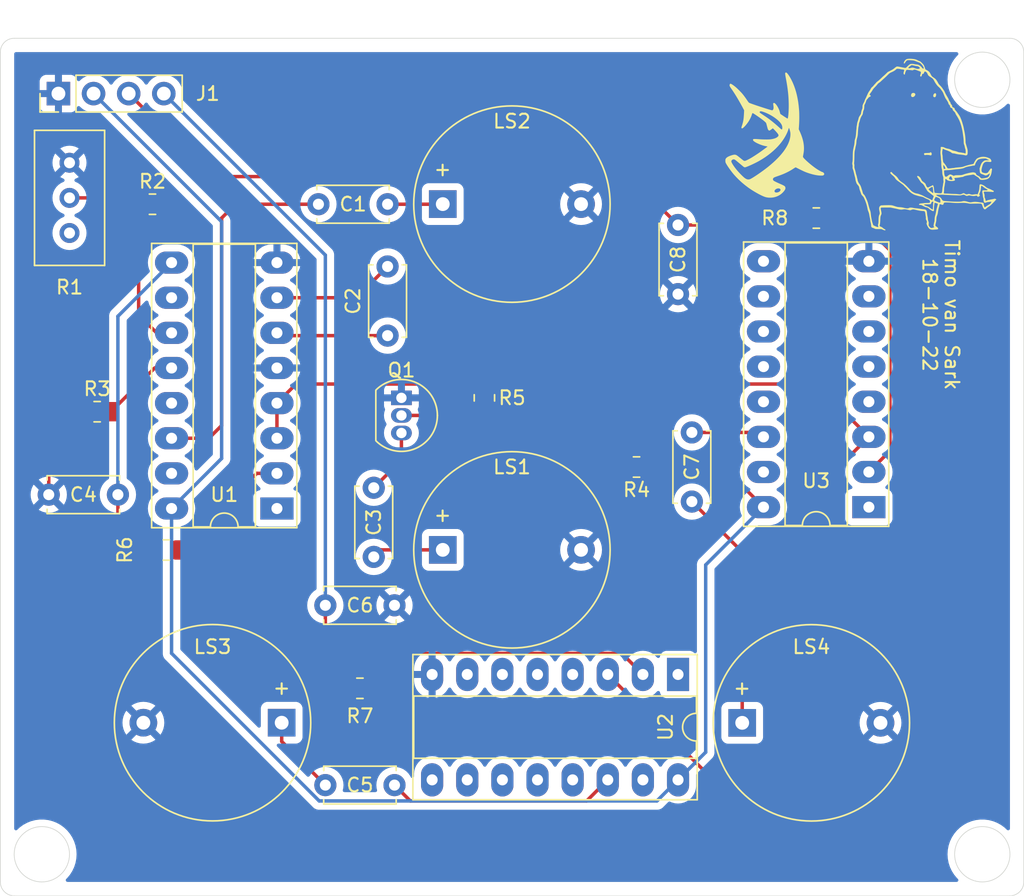
<source format=kicad_pcb>
(kicad_pcb (version 20211014) (generator pcbnew)
  (title_block (comment 4 "AISLER Project ID: CBCSIDFP"))
  (layers (0 "F.Cu" signal) (31 "B.Cu" signal) (34 "B.Paste" user) (35 "F.Paste" user) (36 "B.SilkS" user "B.Silkscreen") (37 "F.SilkS" user "F.Silkscreen") (38 "B.Mask" user) (39 "F.Mask" user) (44 "Edge.Cuts" user))
  (net 0 "")
  (net 1 "Net-(C1-Pad1)")
  (net 2 "Net-(C1-Pad2)")
  (net 3 "Net-(C2-Pad1)")
  (net 4 "Net-(C2-Pad2)")
  (net 5 "Net-(C3-Pad1)")
  (net 6 "Net-(C3-Pad2)")
  (net 7 "GND")
  (net 8 "Net-(C4-Pad2)")
  (net 9 "Net-(C5-Pad1)")
  (net 10 "Net-(C5-Pad2)")
  (net 11 "US_PD_WEST")
  (net 12 "Net-(C7-Pad1)")
  (net 13 "Net-(C7-Pad2)")
  (net 14 "US_PD_EAST")
  (net 15 "VDD")
  (net 16 "Net-(Q1-Pad2)")
  (net 17 "Net-(R1-Pad2)")
  (net 18 "Net-(R2-Pad2)")
  (net 19 "Net-(R3-Pad2)")
  (net 20 "Net-(R5-Pad2)")
  (net 21 "Net-(R6-Pad1)")
  (net 22 "Net-(R7-Pad1)")
  (net 23 "Net-(R8-Pad1)")
  (footprint "Resistor_SMD:R_0805_2012Metric_Pad1.20x1.40mm_HandSolder" (layer "F.Cu") (at 128 113)
    (fp_text reference "R3" (at 0 -1.65) (layer "F.SilkS"))
    (fp_text value "10M")
    (pad "1" smd roundrect (at -1 0) (size 1.2 1.4) (layers "F.Cu" "F.Paste" "F.Mask") (roundrect_rratio 0.2083333333) (net 7 "GND"))
    (pad "2" smd roundrect (at 1 0) (size 1.2 1.4) (layers "F.Cu" "F.Paste" "F.Mask") (roundrect_rratio 0.2083333333) (net 19 "Net-(R3-Pad2)"))
  )
  (footprint "Capacitor_THT:C_Disc_D5.0mm_W2.5mm_P5.00mm" (layer "F.Cu") (at 171 119.5 90)
    (fp_text reference "C7" (at 2.5 0 90) (layer "F.SilkS"))
    (fp_text value "0.1µF")
    (pad "1" thru_hole circle (at 0 0 90) (size 1.6 1.6) (drill 0.8) (layers *.Cu *.Mask) (net 12 "Net-(C7-Pad1)"))
    (pad "2" thru_hole circle (at 5 0 90) (size 1.6 1.6) (drill 0.8) (layers *.Cu *.Mask) (net 13 "Net-(C7-Pad2)"))
  )
  (footprint "LOGO" (layer "F.Cu") (at 187 94)
    (fp_text reference "G***" hide)
    (fp_text value "LOGO" hide)
  )
  (footprint "Package_DIP:DIP-16_W7.62mm_Socket_LongPads" (layer "F.Cu") (at 183.8 119.9 180)
    (fp_text reference "U3" (at 3.81 1.9) (layer "F.SilkS"))
    (fp_text value "4046")
    (pad "1" thru_hole rect (at 0 0 180) (size 2.4 1.6) (drill 0.8) (layers *.Cu *.Mask))
    (pad "2" thru_hole oval (at 0 2.54 180) (size 2.4 1.6) (drill 0.8) (layers *.Cu *.Mask) (net 23 "Net-(R8-Pad1)"))
    (pad "3" thru_hole oval (at 0 5.08 180) (size 2.4 1.6) (drill 0.8) (layers *.Cu *.Mask) (net 20 "Net-(R5-Pad2)"))
    (pad "4" thru_hole oval (at 0 7.62 180) (size 2.4 1.6) (drill 0.8) (layers *.Cu *.Mask))
    (pad "5" thru_hole oval (at 0 10.16 180) (size 2.4 1.6) (drill 0.8) (layers *.Cu *.Mask))
    (pad "6" thru_hole oval (at 0 12.7 180) (size 2.4 1.6) (drill 0.8) (layers *.Cu *.Mask))
    (pad "7" thru_hole oval (at 0 15.24 180) (size 2.4 1.6) (drill 0.8) (layers *.Cu *.Mask))
    (pad "8" thru_hole oval (at 0 17.78 180) (size 2.4 1.6) (drill 0.8) (layers *.Cu *.Mask) (net 7 "GND"))
    (pad "9" thru_hole oval (at 7.62 17.78 180) (size 2.4 1.6) (drill 0.8) (layers *.Cu *.Mask))
    (pad "10" thru_hole oval (at 7.62 15.24 180) (size 2.4 1.6) (drill 0.8) (layers *.Cu *.Mask))
    (pad "11" thru_hole oval (at 7.62 12.7 180) (size 2.4 1.6) (drill 0.8) (layers *.Cu *.Mask))
    (pad "12" thru_hole oval (at 7.62 10.16 180) (size 2.4 1.6) (drill 0.8) (layers *.Cu *.Mask))
    (pad "13" thru_hole oval (at 7.62 7.62 180) (size 2.4 1.6) (drill 0.8) (layers *.Cu *.Mask))
    (pad "14" thru_hole oval (at 7.62 5.08 180) (size 2.4 1.6) (drill 0.8) (layers *.Cu *.Mask) (net 13 "Net-(C7-Pad2)"))
    (pad "15" thru_hole oval (at 7.62 2.54 180) (size 2.4 1.6) (drill 0.8) (layers *.Cu *.Mask))
    (pad "16" thru_hole oval (at 7.62 0 180) (size 2.4 1.6) (drill 0.8) (layers *.Cu *.Mask) (net 15 "VDD"))
  )
  (footprint "Package_TO_SOT_THT:TO-92_Inline" (layer "F.Cu") (at 150 112 -90)
    (fp_text reference "Q1" (at -2 0) (layer "F.SilkS"))
    (fp_text value "PN2222A")
    (pad "1" thru_hole rect (at 0 0 270) (size 1.05 1.5) (drill 0.75) (layers *.Cu *.Mask) (net 7 "GND"))
    (pad "2" thru_hole oval (at 1.27 0 270) (size 1.05 1.5) (drill 0.75) (layers *.Cu *.Mask) (net 16 "Net-(Q1-Pad2)"))
    (pad "3" thru_hole oval (at 2.54 0 270) (size 1.05 1.5) (drill 0.75) (layers *.Cu *.Mask) (net 6 "Net-(C3-Pad2)"))
  )
  (footprint "Capacitor_THT:C_Disc_D5.0mm_W2.5mm_P5.00mm" (layer "F.Cu") (at 148 123.5 90)
    (fp_text reference "C3" (at 2.5 0 90) (layer "F.SilkS"))
    (fp_text value "0.1µF")
    (pad "1" thru_hole circle (at 0 0 90) (size 1.6 1.6) (drill 0.8) (layers *.Cu *.Mask) (net 5 "Net-(C3-Pad1)"))
    (pad "2" thru_hole circle (at 5 0 90) (size 1.6 1.6) (drill 0.8) (layers *.Cu *.Mask) (net 6 "Net-(C3-Pad2)"))
  )
  (footprint "Resistor_SMD:R_0805_2012Metric_Pad1.20x1.40mm_HandSolder" (layer "F.Cu") (at 180 99 180)
    (fp_text reference "R8" (at 3 0) (layer "F.SilkS"))
    (fp_text value "10k")
    (pad "1" smd roundrect (at -1 0 180) (size 1.2 1.4) (layers "F.Cu" "F.Paste" "F.Mask") (roundrect_rratio 0.2083333333) (net 23 "Net-(R8-Pad1)"))
    (pad "2" smd roundrect (at 1 0 180) (size 1.2 1.4) (layers "F.Cu" "F.Paste" "F.Mask") (roundrect_rratio 0.2083333333) (net 14 "US_PD_EAST"))
  )
  (footprint "Resistor_SMD:R_0805_2012Metric_Pad1.20x1.40mm_HandSolder" (layer "F.Cu") (at 147 133 180)
    (fp_text reference "R7" (at 0 -2) (layer "F.SilkS"))
    (fp_text value "10k")
    (pad "1" smd roundrect (at -1 0 180) (size 1.2 1.4) (layers "F.Cu" "F.Paste" "F.Mask") (roundrect_rratio 0.2083333333) (net 22 "Net-(R7-Pad1)"))
    (pad "2" smd roundrect (at 1 0 180) (size 1.2 1.4) (layers "F.Cu" "F.Paste" "F.Mask") (roundrect_rratio 0.2083333333) (net 11 "US_PD_WEST"))
  )
  (footprint "Capacitor_THT:C_Disc_D5.0mm_W2.5mm_P5.00mm" (layer "F.Cu") (at 124.5 119)
    (fp_text reference "C4" (at 2.5 0) (layer "F.SilkS"))
    (fp_text value "0.1µF")
    (pad "1" thru_hole circle (at 0 0) (size 1.6 1.6) (drill 0.8) (layers *.Cu *.Mask) (net 7 "GND"))
    (pad "2" thru_hole circle (at 5 0) (size 1.6 1.6) (drill 0.8) (layers *.Cu *.Mask) (net 8 "Net-(C4-Pad2)"))
  )
  (footprint "Package_DIP:DIP-16_W7.62mm_Socket_LongPads" (layer "F.Cu") (at 141 120 180)
    (fp_text reference "U1" (at 3.81 1) (layer "F.SilkS"))
    (fp_text value "4046")
    (pad "1" thru_hole rect (at 0 0 180) (size 2.4 1.6) (drill 0.8) (layers *.Cu *.Mask))
    (pad "2" thru_hole oval (at 0 2.54 180) (size 2.4 1.6) (drill 0.8) (layers *.Cu *.Mask) (net 21 "Net-(R6-Pad1)"))
    (pad "3" thru_hole oval (at 0 5.08 180) (size 2.4 1.6) (drill 0.8) (layers *.Cu *.Mask) (net 20 "Net-(R5-Pad2)"))
    (pad "4" thru_hole oval (at 0 7.62 180) (size 2.4 1.6) (drill 0.8) (layers *.Cu *.Mask) (net 20 "Net-(R5-Pad2)"))
    (pad "5" thru_hole oval (at 0 10.16 180) (size 2.4 1.6) (drill 0.8) (layers *.Cu *.Mask) (net 7 "GND"))
    (pad "6" thru_hole oval (at 0 12.7 180) (size 2.4 1.6) (drill 0.8) (layers *.Cu *.Mask) (net 3 "Net-(C2-Pad1)"))
    (pad "7" thru_hole oval (at 0 15.24 180) (size 2.4 1.6) (drill 0.8) (layers *.Cu *.Mask) (net 4 "Net-(C2-Pad2)"))
    (pad "8" thru_hole oval (at 0 17.78 180) (size 2.4 1.6) (drill 0.8) (layers *.Cu *.Mask) (net 7 "GND"))
    (pad "9" thru_hole oval (at 7.62 17.78 180) (size 2.4 1.6) (drill 0.8) (layers *.Cu *.Mask) (net 8 "Net-(C4-Pad2)"))
    (pad "10" thru_hole oval (at 7.62 15.24 180) (size 2.4 1.6) (drill 0.8) (layers *.Cu *.Mask))
    (pad "11" thru_hole oval (at 7.62 12.7 180) (size 2.4 1.6) (drill 0.8) (layers *.Cu *.Mask) (net 18 "Net-(R2-Pad2)"))
    (pad "12" thru_hole oval (at 7.62 10.16 180) (size 2.4 1.6) (drill 0.8) (layers *.Cu *.Mask) (net 19 "Net-(R3-Pad2)"))
    (pad "13" thru_hole oval (at 7.62 7.62 180) (size 2.4 1.6) (drill 0.8) (layers *.Cu *.Mask))
    (pad "14" thru_hole oval (at 7.62 5.08 180) (size 2.4 1.6) (drill 0.8) (layers *.Cu *.Mask) (net 2 "Net-(C1-Pad2)"))
    (pad "15" thru_hole oval (at 7.62 2.54 180) (size 2.4 1.6) (drill 0.8) (layers *.Cu *.Mask))
    (pad "16" thru_hole oval (at 7.62 0 180) (size 2.4 1.6) (drill 0.8) (layers *.Cu *.Mask) (net 15 "VDD"))
  )
  (footprint "Connector_PinHeader_2.54mm:PinHeader_1x04_P2.54mm_Vertical" (layer "F.Cu") (at 125.2 90 90)
    (fp_text reference "J1" (at 0 10.8 180) (layer "F.SilkS"))
    (fp_text value "Conn_01x04_Male")
    (pad "1" thru_hole rect (at 0 0 90) (size 1.7 1.7) (drill 1) (layers *.Cu *.Mask) (net 7 "GND"))
    (pad "2" thru_hole oval (at 0 2.54 90) (size 1.7 1.7) (drill 1) (layers *.Cu *.Mask) (net 15 "VDD"))
    (pad "3" thru_hole oval (at 0 5.08 90) (size 1.7 1.7) (drill 1) (layers *.Cu *.Mask) (net 14 "US_PD_EAST"))
    (pad "4" thru_hole oval (at 0 7.62 90) (size 1.7 1.7) (drill 1) (layers *.Cu *.Mask) (net 11 "US_PD_WEST"))
  )
  (footprint "Buzzer_Beeper:Buzzer_D14mm_H7mm_P10mm" (layer "F.Cu") (at 152.990166 122.990166)
    (fp_text reference "LS1" (at 5 -5.990166) (layer "F.SilkS"))
    (fp_text value "US_C")
    (fp_text user "+" (at -0.01 -2.54) (layer "F.SilkS"))
    (pad "1" thru_hole rect (at 0 0) (size 2 2) (drill 1) (layers *.Cu *.Mask) (net 5 "Net-(C3-Pad1)"))
    (pad "2" thru_hole circle (at 10 0) (size 2 2) (drill 1) (layers *.Cu *.Mask) (net 7 "GND"))
  )
  (footprint "Buzzer_Beeper:Buzzer_D14mm_H7mm_P10mm" (layer "F.Cu") (at 152.989762 97.99)
    (fp_text reference "LS2" (at 5 -5.99) (layer "F.SilkS"))
    (fp_text value "US_N")
    (fp_text user "+" (at -0.01 -2.54) (layer "F.SilkS"))
    (pad "1" thru_hole rect (at 0 0) (size 2 2) (drill 1) (layers *.Cu *.Mask) (net 1 "Net-(C1-Pad1)"))
    (pad "2" thru_hole circle (at 10 0) (size 2 2) (drill 1) (layers *.Cu *.Mask) (net 7 "GND"))
  )
  (footprint "Resistor_SMD:R_0805_2012Metric_Pad1.20x1.40mm_HandSolder" (layer "F.Cu") (at 156 112 90)
    (fp_text reference "R5" (at 0 2 180) (layer "F.SilkS"))
    (fp_text value "10k")
    (pad "1" smd roundrect (at -1 0 90) (size 1.2 1.4) (layers "F.Cu" "F.Paste" "F.Mask") (roundrect_rratio 0.2083333333) (net 16 "Net-(Q1-Pad2)"))
    (pad "2" smd roundrect (at 1 0 90) (size 1.2 1.4) (layers "F.Cu" "F.Paste" "F.Mask") (roundrect_rratio 0.2083333333) (net 20 "Net-(R5-Pad2)"))
  )
  (footprint "Resistor_SMD:R_0805_2012Metric_Pad1.20x1.40mm_HandSolder" (layer "F.Cu") (at 133 123 180)
    (fp_text reference "R6" (at 3 0 90) (layer "F.SilkS"))
    (fp_text value "10k")
    (pad "1" smd roundrect (at -1 0 180) (size 1.2 1.4) (layers "F.Cu" "F.Paste" "F.Mask") (roundrect_rratio 0.2083333333) (net 21 "Net-(R6-Pad1)"))
    (pad "2" smd roundrect (at 1 0 180) (size 1.2 1.4) (layers "F.Cu" "F.Paste" "F.Mask") (roundrect_rratio 0.2083333333) (net 8 "Net-(C4-Pad2)"))
  )
  (footprint "Resistor_SMD:R_0805_2012Metric_Pad1.20x1.40mm_HandSolder" (layer "F.Cu") (at 132 98)
    (fp_text reference "R2" (at 0 -1.65) (layer "F.SilkS"))
    (fp_text value "10k")
    (pad "1" smd roundrect (at -1 0) (size 1.2 1.4) (layers "F.Cu" "F.Paste" "F.Mask") (roundrect_rratio 0.2083333333) (net 17 "Net-(R1-Pad2)"))
    (pad "2" smd roundrect (at 1 0) (size 1.2 1.4) (layers "F.Cu" "F.Paste" "F.Mask") (roundrect_rratio 0.2083333333) (net 18 "Net-(R2-Pad2)"))
  )
  (footprint "Potentiometer_THT:Potentiometer_Bourns_3296W_Vertical" (layer "F.Cu") (at 126 95 90)
    (fp_text reference "R1" (at -9 0 180) (layer "F.SilkS"))
    (fp_text value "10k")
    (pad "1" thru_hole circle (at 0 0 90) (size 1.44 1.44) (drill 0.8) (layers *.Cu *.Mask) (net 7 "GND"))
    (pad "2" thru_hole circle (at -2.54 0 90) (size 1.44 1.44) (drill 0.8) (layers *.Cu *.Mask) (net 17 "Net-(R1-Pad2)"))
    (pad "3" thru_hole circle (at -5.08 0 90) (size 1.44 1.44) (drill 0.8) (layers *.Cu *.Mask))
  )
  (footprint "Capacitor_THT:C_Disc_D5.0mm_W2.5mm_P5.00mm" (layer "F.Cu") (at 149 98 180)
    (fp_text reference "C1" (at 2.5 0) (layer "F.SilkS"))
    (fp_text value "0.1µF")
    (pad "1" thru_hole circle (at 0 0 180) (size 1.6 1.6) (drill 0.8) (layers *.Cu *.Mask) (net 1 "Net-(C1-Pad1)"))
    (pad "2" thru_hole circle (at 5 0 180) (size 1.6 1.6) (drill 0.8) (layers *.Cu *.Mask) (net 2 "Net-(C1-Pad2)"))
  )
  (footprint "Capacitor_THT:C_Disc_D5.0mm_W2.5mm_P5.00mm" (layer "F.Cu") (at 144.5 140)
    (fp_text reference "C5" (at 2.5 0) (layer "F.SilkS"))
    (fp_text value "0.1µF")
    (pad "1" thru_hole circle (at 0 0) (size 1.6 1.6) (drill 0.8) (layers *.Cu *.Mask) (net 9 "Net-(C5-Pad1)"))
    (pad "2" thru_hole circle (at 5 0) (size 1.6 1.6) (drill 0.8) (layers *.Cu *.Mask) (net 10 "Net-(C5-Pad2)"))
  )
  (footprint "LOGO" (layer "F.Cu") (at 177 93)
    (fp_text reference "G***" hide)
    (fp_text value "LOGO" hide)
  )
  (footprint "Capacitor_THT:C_Disc_D5.0mm_W2.5mm_P5.00mm" (layer "F.Cu") (at 170 99.5 -90)
    (fp_text reference "C8" (at 2.5 0 90) (layer "F.SilkS"))
    (fp_text value "1µF")
    (pad "1" thru_hole circle (at 0 0 270) (size 1.6 1.6) (drill 0.8) (layers *.Cu *.Mask) (net 14 "US_PD_EAST"))
    (pad "2" thru_hole circle (at 5 0 270) (size 1.6 1.6) (drill 0.8) (layers *.Cu *.Mask) (net 7 "GND"))
  )
  (footprint "Package_DIP:DIP-16_W7.62mm_Socket_LongPads" (layer "F.Cu") (at 170 132 -90)
    (fp_text reference "U2" (at 3.8 0.9 90) (layer "F.SilkS"))
    (fp_text value "4046")
    (pad "1" thru_hole rect (at 0 0 270) (size 2.4 1.6) (drill 0.8) (layers *.Cu *.Mask))
    (pad "2" thru_hole oval (at 0 2.54 270) (size 2.4 1.6) (drill 0.8) (layers *.Cu *.Mask) (net 22 "Net-(R7-Pad1)"))
    (pad "3" thru_hole oval (at 0 5.08 270) (size 2.4 1.6) (drill 0.8) (layers *.Cu *.Mask) (net 20 "Net-(R5-Pad2)"))
    (pad "4" thru_hole oval (at 0 7.62 270) (size 2.4 1.6) (drill 0.8) (layers *.Cu *.Mask))
    (pad "5" thru_hole oval (at 0 10.16 270) (size 2.4 1.6) (drill 0.8) (layers *.Cu *.Mask))
    (pad "6" thru_hole oval (at 0 12.7 270) (size 2.4 1.6) (drill 0.8) (layers *.Cu *.Mask))
    (pad "7" thru_hole oval (at 0 15.24 270) (size 2.4 1.6) (drill 0.8) (layers *.Cu *.Mask))
    (pad "8" thru_hole oval (at 0 17.78 270) (size 2.4 1.6) (drill 0.8) (layers *.Cu *.Mask) (net 7 "GND"))
    (pad "9" thru_hole oval (at 7.62 17.78 270) (size 2.4 1.6) (drill 0.8) (layers *.Cu *.Mask))
    (pad "10" thru_hole oval (at 7.62 15.24 270) (size 2.4 1.6) (drill 0.8) (layers *.Cu *.Mask))
    (pad "11" thru_hole oval (at 7.62 12.7 270) (size 2.4 1.6) (drill 0.8) (layers *.Cu *.Mask))
    (pad "12" thru_hole oval (at 7.62 10.16 270) (size 2.4 1.6) (drill 0.8) (layers *.Cu *.Mask))
    (pad "13" thru_hole oval (at 7.62 7.62 270) (size 2.4 1.6) (drill 0.8) (layers *.Cu *.Mask))
    (pad "14" thru_hole oval (at 7.62 5.08 270) (size 2.4 1.6) (drill 0.8) (layers *.Cu *.Mask) (net 10 "Net-(C5-Pad2)"))
    (pad "15" thru_hole oval (at 7.62 2.54 270) (size 2.4 1.6) (drill 0.8) (layers *.Cu *.Mask))
    (pad "16" thru_hole oval (at 7.62 0 270) (size 2.4 1.6) (drill 0.8) (layers *.Cu *.Mask) (net 15 "VDD"))
  )
  (footprint "Capacitor_THT:C_Disc_D5.0mm_W2.5mm_P5.00mm" (layer "F.Cu") (at 144.5 127)
    (fp_text reference "C6" (at 2.5 0) (layer "F.SilkS"))
    (fp_text value "1µF")
    (pad "1" thru_hole circle (at 0 0) (size 1.6 1.6) (drill 0.8) (layers *.Cu *.Mask) (net 11 "US_PD_WEST"))
    (pad "2" thru_hole circle (at 5 0) (size 1.6 1.6) (drill 0.8) (layers *.Cu *.Mask) (net 7 "GND"))
  )
  (footprint "Buzzer_Beeper:Buzzer_D14mm_H7mm_P10mm" (layer "F.Cu") (at 131.342493 135.488922)
    (fp_text reference "LS3" (at 5 -5.488922) (layer "F.SilkS"))
    (fp_text value "US_W")
    (fp_text user "+" (at 10 -2.54) (layer "F.SilkS"))
    (pad "1" thru_hole rect (at 10 0) (size 2 2) (drill 1) (layers *.Cu *.Mask) (net 9 "Net-(C5-Pad1)"))
    (pad "2" thru_hole circle (at 0 0) (size 2 2) (drill 1) (layers *.Cu *.Mask) (net 7 "GND"))
  )
  (footprint "Buzzer_Beeper:Buzzer_D14mm_H7mm_P10mm" (layer "F.Cu") (at 174.640802 135.497027)
    (fp_text reference "LS4" (at 5 -5.497027) (layer "F.SilkS"))
    (fp_text value "US_E")
    (fp_text user "+" (at -0.01 -2.54) (layer "F.SilkS"))
    (pad "1" thru_hole rect (at 0 0) (size 2 2) (drill 1) (layers *.Cu *.Mask) (net 12 "Net-(C7-Pad1)"))
    (pad "2" thru_hole circle (at 10 0) (size 2 2) (drill 1) (layers *.Cu *.Mask) (net 7 "GND"))
  )
  (footprint "Resistor_SMD:R_0805_2012Metric_Pad1.20x1.40mm_HandSolder" (layer "F.Cu") (at 167 117 180)
    (fp_text reference "R4" (at 0 -1.65) (layer "F.SilkS"))
    (fp_text value "1k")
    (pad "1" smd roundrect (at -1 0 180) (size 1.2 1.4) (layers "F.Cu" "F.Paste" "F.Mask") (roundrect_rratio 0.2083333333) (net 15 "VDD"))
    (pad "2" smd roundrect (at 1 0 180) (size 1.2 1.4) (layers "F.Cu" "F.Paste" "F.Mask") (roundrect_rratio 0.2083333333) (net 6 "Net-(C3-Pad2)"))
  )
  (footprint "Capacitor_THT:C_Disc_D5.0mm_W2.5mm_P5.00mm" (layer "F.Cu") (at 149 107.5 90)
    (fp_text reference "C2" (at 2.5 -2.5 90) (layer "F.SilkS"))
    (fp_text value "2200pF")
    (pad "1" thru_hole circle (at 0 0 90) (size 1.6 1.6) (drill 0.8) (layers *.Cu *.Mask) (net 3 "Net-(C2-Pad1)"))
    (pad "2" thru_hole circle (at 5 0 90) (size 1.6 1.6) (drill 0.8) (layers *.Cu *.Mask) (net 4 "Net-(C2-Pad2)"))
  )
  (gr_circle (center 124 145) (end 126 145) (layer "Edge.Cuts") (width 0.05) (fill none))
  (gr_arc (start 195 147) (mid 194.707107 147.707107) (end 194 148) (layer "Edge.Cuts") (width 0.05))
  (gr_line (start 122 86) (end 194 86) (layer "Edge.Cuts") (width 0.05))
  (gr_line (start 121 147) (end 121 87) (layer "Edge.Cuts") (width 0.05))
  (gr_line (start 195 87) (end 195 147) (layer "Edge.Cuts") (width 0.05))
  (gr_arc (start 194 86) (mid 194.707107 86.292893) (end 195 87) (layer "Edge.Cuts") (width 0.05))
  (gr_circle (center 192 145) (end 194 145) (layer "Edge.Cuts") (width 0.05) (fill none))
  (gr_circle (center 192 89) (end 194 89) (layer "Edge.Cuts") (width 0.05) (fill none))
  (gr_arc (start 121 87) (mid 121.292893 86.292893) (end 122 86) (layer "Edge.Cuts") (width 0.05))
  (gr_arc (start 122 148) (mid 121.292893 147.707107) (end 121 147) (layer "Edge.Cuts") (width 0.05))
  (gr_line (start 194 148) (end 122 148) (layer "Edge.Cuts") (width 0.05))
  (gr_text "Timo van Sark\n18-10-22" (at 189 106 -90) (layer "F.SilkS") (effects (font (size 1 1))))
  (segment (start 152.979762 98) (end 152.989762 97.99) (width 0.25) (layer "F.Cu") (net 1))
  (segment (start 149 98) (end 152.979762 98) (width 0.25) (layer "F.Cu") (net 1))
  (segment (start 136.08 114.92) (end 133.38 114.92) (width 0.25) (layer "F.Cu") (net 2))
  (segment (start 138 98) (end 137 99) (width 0.25) (layer "F.Cu") (net 2))
  (segment (start 137 114) (end 136.08 114.92) (width 0.25) (layer "F.Cu") (net 2))
  (segment (start 143.5 98) (end 138 98) (width 0.25) (layer "F.Cu") (net 2))
  (segment (start 137 99) (end 137 114) (width 0.25) (layer "F.Cu") (net 2))
  (segment (start 149 107.5) (end 141.2 107.5) (width 0.25) (layer "F.Cu") (net 3))
  (segment (start 141.2 107.5) (end 141 107.3) (width 0.25) (layer "F.Cu") (net 3))
  (segment (start 146.74 104.76) (end 149 102.5) (width 0.25) (layer "F.Cu") (net 4))
  (segment (start 141 104.76) (end 146.74 104.76) (width 0.25) (layer "F.Cu") (net 4))
  (segment (start 148.509834 122.990166) (end 148 123.5) (width 0.25) (layer "F.Cu") (net 5))
  (segment (start 152.990166 122.990166) (end 148.509834 122.990166) (width 0.25) (layer "F.Cu") (net 5))
  (segment (start 150.5 117) (end 150 116.5) (width 0.25) (layer "F.Cu") (net 6))
  (segment (start 150 116.5) (end 148 118.5) (width 0.25) (layer "F.Cu") (net 6))
  (segment (start 150 114.54) (end 150 116.5) (width 0.25) (layer "F.Cu") (net 6))
  (segment (start 166 117) (end 150.5 117) (width 0.25) (layer "F.Cu") (net 6))
  (segment (start 124.5 115.5) (end 124.5 119) (width 0.25) (layer "F.Cu") (net 7))
  (segment (start 127 113) (end 124.5 115.5) (width 0.25) (layer "F.Cu") (net 7))
  (segment (start 132 123) (end 129.5 120.5) (width 0.25) (layer "F.Cu") (net 8))
  (segment (start 129.5 120.5) (end 129.5 119) (width 0.25) (layer "F.Cu") (net 8))
  (segment (start 129.5 106.1) (end 129.5 119) (width 0.25) (layer "B.Cu") (net 8))
  (segment (start 133.38 102.22) (end 129.5 106.1) (width 0.25) (layer "B.Cu") (net 8))
  (segment (start 141.342493 135.488922) (end 141.342493 136.842493) (width 0.25) (layer "F.Cu") (net 9))
  (segment (start 141.342493 136.842493) (end 144.5 140) (width 0.25) (layer "F.Cu") (net 9))
  (segment (start 150.64452 141.14452) (end 163.39548 141.14452) (width 0.25) (layer "F.Cu") (net 10))
  (segment (start 164.92 139.62) (end 163.39548 141.14452) (width 0.25) (layer "F.Cu") (net 10))
  (segment (start 149.5 140) (end 150.64452 141.14452) (width 0.25) (layer "F.Cu") (net 10))
  (segment (start 144.5 131.5) (end 146 133) (width 0.25) (layer "F.Cu") (net 11))
  (segment (start 144.5 127) (end 144.5 131.5) (width 0.25) (layer "F.Cu") (net 11))
  (segment (start 144.5 101.68) (end 132.82 90) (width 0.25) (layer "B.Cu") (net 11))
  (segment (start 144.5 127) (end 144.5 101.68) (width 0.25) (layer "B.Cu") (net 11))
  (segment (start 171 119.5) (end 174.640802 123.140802) (width 0.25) (layer "F.Cu") (net 12))
  (segment (start 174.640802 123.140802) (end 174.640802 135.497027) (width 0.25) (layer "F.Cu") (net 12))
  (segment (start 171 114.5) (end 175.86 114.5) (width 0.25) (layer "F.Cu") (net 13))
  (segment (start 175.86 114.5) (end 176.18 114.82) (width 0.25) (layer "F.Cu") (net 13))
  (segment (start 170 99.5) (end 166.5 96) (width 0.25) (layer "F.Cu") (net 14))
  (segment (start 166.5 96) (end 166 96) (width 0.25) (layer "F.Cu") (net 14))
  (segment (start 170 99.5) (end 178.5 99.5) (width 0.25) (layer "F.Cu") (net 14))
  (segment (start 136.28 96) (end 130.28 90) (width 0.25) (layer "F.Cu") (net 14))
  (segment (start 166 96) (end 136.28 96) (width 0.25) (layer "F.Cu") (net 14))
  (segment (start 178.5 99.5) (end 179 99) (width 0.25) (layer "F.Cu") (net 14))
  (segment (start 173.28 117) (end 168 117) (width 0.25) (layer "F.Cu") (net 15))
  (segment (start 176.18 119.9) (end 173.28 117) (width 0.25) (layer "F.Cu") (net 15))
  (segment (start 133.38 130.4703) (end 133.38 120) (width 0.25) (layer "B.Cu") (net 15))
  (segment (start 144.05422 141.14452) (end 133.38 130.4703) (width 0.25) (layer "B.Cu") (net 15))
  (segment (start 133.38 120) (end 137 116.38) (width 0.25) (layer "B.Cu") (net 15))
  (segment (start 170 139.62) (end 168.47548 141.14452) (width 0.25) (layer "B.Cu") (net 15))
  (segment (start 172 137.62) (end 170 139.62) (width 0.25) (layer "B.Cu") (net 15))
  (segment (start 137 99.26) (end 127.74 90) (width 0.25) (layer "B.Cu") (net 15))
  (segment (start 176.18 119.9) (end 172 124.08) (width 0.25) (layer "B.Cu") (net 15))
  (segment (start 168.47548 141.14452) (end 144.05422 141.14452) (width 0.25) (layer "B.Cu") (net 15))
  (segment (start 172 124.08) (end 172 137.62) (width 0.25) (layer "B.Cu") (net 15))
  (segment (start 137 116.38) (end 137 99.26) (width 0.25) (layer "B.Cu") (net 15))
  (segment (start 155.73 113.27) (end 150 113.27) (width 0.25) (layer "F.Cu") (net 16))
  (segment (start 156 113) (end 155.73 113.27) (width 0.25) (layer "F.Cu") (net 16))
  (segment (start 126 97.54) (end 130.54 97.54) (width 0.25) (layer "F.Cu") (net 17))
  (segment (start 130.54 97.54) (end 131 98) (width 0.25) (layer "F.Cu") (net 17))
  (segment (start 131 106) (end 131 100) (width 0.25) (layer "F.Cu") (net 18))
  (segment (start 131 100) (end 133 98) (width 0.25) (layer "F.Cu") (net 18))
  (segment (start 133.38 107.3) (end 132.3 107.3) (width 0.25) (layer "F.Cu") (net 18))
  (segment (start 132.3 107.3) (end 131 106) (width 0.25) (layer "F.Cu") (net 18))
  (segment (start 133.38 109.84) (end 132.16 109.84) (width 0.25) (layer "F.Cu") (net 19))
  (segment (start 132.16 109.84) (end 129 113) (width 0.25) (layer "F.Cu") (net 19))
  (segment (start 142.38 111) (end 141 112.38) (width 0.25) (layer "F.Cu") (net 20))
  (segment (start 180 118.62) (end 183.8 114.82) (width 0.25) (layer "F.Cu") (net 20))
  (segment (start 171.92 139) (end 177 139) (width 0.25) (layer "F.Cu") (net 20))
  (segment (start 156 111) (end 167 111) (width 0.25) (layer "F.Cu") (net 20))
  (segment (start 177 139) (end 180 136) (width 0.25) (layer "F.Cu") (net 20))
  (segment (start 164.92 132) (end 171.92 139) (width 0.25) (layer "F.Cu") (net 20))
  (segment (start 179.98 111) (end 183.8 114.82) (width 0.25) (layer "F.Cu") (net 20))
  (segment (start 167 111) (end 179.98 111) (width 0.25) (layer "F.Cu") (net 20))
  (segment (start 156 111) (end 142.38 111) (width 0.25) (layer "F.Cu") (net 20))
  (segment (start 141 112.38) (end 141 114.92) (width 0.25) (layer "F.Cu") (net 20))
  (segment (start 180 136) (end 180 118.62) (width 0.25) (layer "F.Cu") (net 20))
  (segment (start 139.54 117.46) (end 134 123) (width 0.25) (layer "F.Cu") (net 21))
  (segment (start 141 117.46) (end 139.54 117.46) (width 0.25) (layer "F.Cu") (net 21))
  (segment (start 148 133) (end 150.52452 130.47548) (width 0.25) (layer "F.Cu") (net 22))
  (segment (start 167.46 132) (end 165.93548 130.47548) (width 0.25) (layer "F.Cu") (net 22))
  (segment (start 165.93548 130.47548) (end 150.52452 130.47548) (width 0.25) (layer "F.Cu") (net 22))
  (segment (start 183.8 117.36) (end 185.32452 115.83548) (width 0.25) (layer "F.Cu") (net 23))
  (segment (start 181 99) (end 183 99) (width 0.25) (layer "F.Cu") (net 23))
  (segment (start 185.32452 115.83548) (end 185.32452 101.32452) (width 0.25) (layer "F.Cu") (net 23))
  (segment (start 183 99) (end 185.32452 101.32452) (width 0.25) (layer "F.Cu") (net 23))
  (zone (net 7) (net_name "GND") (layer "B.Cu") (connect_pads (clearance 0.508)) (min_thickness 0.254) (fill yes (thermal_gap 0.508) (thermal_bridge_width 0.508))
    (polygon (pts (xy 194 147) (xy 122 147) (xy 122 87) (xy 194 87)))
  )
)
</source>
